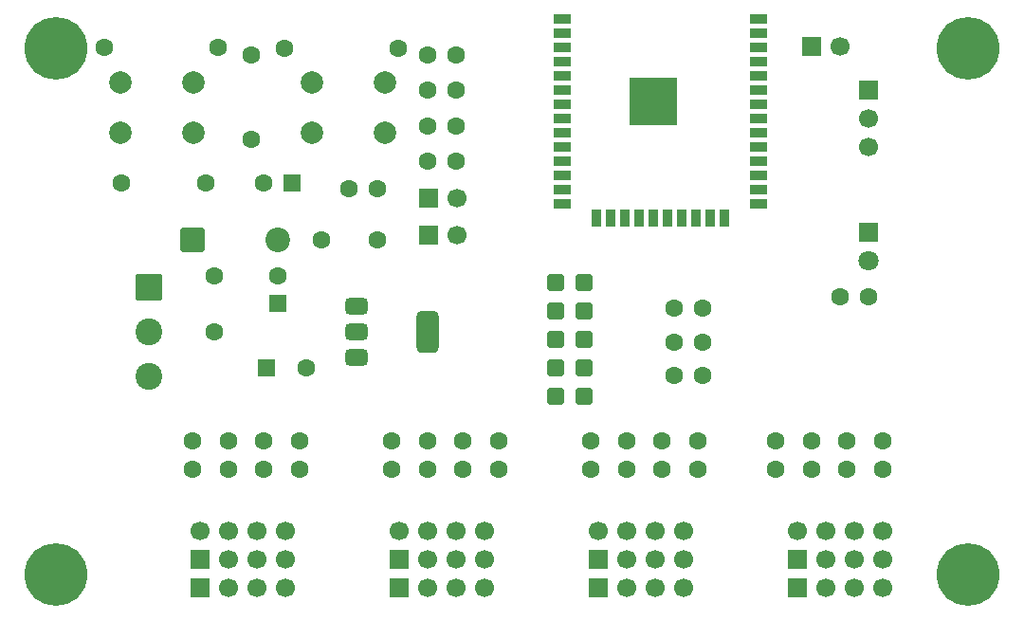
<source format=gts>
G04 #@! TF.GenerationSoftware,KiCad,Pcbnew,9.0.6*
G04 #@! TF.CreationDate,2026-01-30T16:54:02+01:00*
G04 #@! TF.ProjectId,ESP32_PWM_PCB_large,45535033-325f-4505-974d-5f5043425f6c,1.0*
G04 #@! TF.SameCoordinates,Original*
G04 #@! TF.FileFunction,Soldermask,Top*
G04 #@! TF.FilePolarity,Negative*
%FSLAX46Y46*%
G04 Gerber Fmt 4.6, Leading zero omitted, Abs format (unit mm)*
G04 Created by KiCad (PCBNEW 9.0.6) date 2026-01-30 16:54:02*
%MOMM*%
%LPD*%
G01*
G04 APERTURE LIST*
G04 Aperture macros list*
%AMRoundRect*
0 Rectangle with rounded corners*
0 $1 Rounding radius*
0 $2 $3 $4 $5 $6 $7 $8 $9 X,Y pos of 4 corners*
0 Add a 4 corners polygon primitive as box body*
4,1,4,$2,$3,$4,$5,$6,$7,$8,$9,$2,$3,0*
0 Add four circle primitives for the rounded corners*
1,1,$1+$1,$2,$3*
1,1,$1+$1,$4,$5*
1,1,$1+$1,$6,$7*
1,1,$1+$1,$8,$9*
0 Add four rect primitives between the rounded corners*
20,1,$1+$1,$2,$3,$4,$5,0*
20,1,$1+$1,$4,$5,$6,$7,0*
20,1,$1+$1,$6,$7,$8,$9,0*
20,1,$1+$1,$8,$9,$2,$3,0*%
G04 Aperture macros list end*
%ADD10C,1.600000*%
%ADD11R,1.700000X1.700000*%
%ADD12C,1.700000*%
%ADD13RoundRect,0.236220X-0.513780X-0.513780X0.513780X-0.513780X0.513780X0.513780X-0.513780X0.513780X0*%
%ADD14RoundRect,0.250000X0.550000X-0.550000X0.550000X0.550000X-0.550000X0.550000X-0.550000X-0.550000X0*%
%ADD15C,3.600000*%
%ADD16C,5.600000*%
%ADD17RoundRect,0.250000X-0.550000X-0.550000X0.550000X-0.550000X0.550000X0.550000X-0.550000X0.550000X0*%
%ADD18R,1.500000X0.900000*%
%ADD19R,0.900000X1.500000*%
%ADD20C,0.600000*%
%ADD21R,4.200000X4.200000*%
%ADD22RoundRect,0.250001X-0.949999X0.949999X-0.949999X-0.949999X0.949999X-0.949999X0.949999X0.949999X0*%
%ADD23C,2.400000*%
%ADD24RoundRect,0.375000X-0.625000X-0.375000X0.625000X-0.375000X0.625000X0.375000X-0.625000X0.375000X0*%
%ADD25RoundRect,0.500000X-0.500000X-1.400000X0.500000X-1.400000X0.500000X1.400000X-0.500000X1.400000X0*%
%ADD26C,2.000000*%
%ADD27RoundRect,0.250000X0.550000X0.550000X-0.550000X0.550000X-0.550000X-0.550000X0.550000X-0.550000X0*%
%ADD28RoundRect,0.249999X-0.850001X-0.850001X0.850001X-0.850001X0.850001X0.850001X-0.850001X0.850001X0*%
%ADD29C,2.200000*%
%ADD30R,1.800000X1.800000*%
%ADD31C,1.800000*%
G04 APERTURE END LIST*
D10*
G04 #@! TO.C,C7*
X144145000Y-83780000D03*
X144145000Y-78780000D03*
G04 #@! TD*
G04 #@! TO.C,R25*
X185200000Y-87700000D03*
X187740000Y-87700000D03*
G04 #@! TD*
D11*
G04 #@! TO.C,J5*
X196215000Y-104140000D03*
D12*
X196215000Y-101600000D03*
X198755000Y-104140000D03*
X198755000Y-101600000D03*
X201295000Y-104140000D03*
X201295000Y-101600000D03*
X203835000Y-104140000D03*
X203835000Y-101600000D03*
G04 #@! TD*
D10*
G04 #@! TO.C,R14*
X180975000Y-93570000D03*
X180975000Y-96110000D03*
G04 #@! TD*
G04 #@! TO.C,R3*
X202565000Y-80645000D03*
X200025000Y-80645000D03*
G04 #@! TD*
D11*
G04 #@! TO.C,J4*
X178435000Y-104140000D03*
D12*
X178435000Y-101600000D03*
X180975000Y-104140000D03*
X180975000Y-101600000D03*
X183515000Y-104140000D03*
X183515000Y-101600000D03*
X186055000Y-104140000D03*
X186055000Y-101600000D03*
G04 #@! TD*
D11*
G04 #@! TO.C,J10*
X202565000Y-62230000D03*
D12*
X202565000Y-64770000D03*
X202565000Y-67310000D03*
G04 #@! TD*
D10*
G04 #@! TO.C,C3*
X147500000Y-59100000D03*
X147500000Y-66600000D03*
G04 #@! TD*
G04 #@! TO.C,R12*
X169545000Y-93570000D03*
X169545000Y-96110000D03*
G04 #@! TD*
D11*
G04 #@! TO.C,J8*
X178435000Y-106680000D03*
D12*
X180975000Y-106680000D03*
X183515000Y-106680000D03*
X186055000Y-106680000D03*
G04 #@! TD*
D11*
G04 #@! TO.C,JP1*
X197500000Y-58300000D03*
D12*
X200040000Y-58300000D03*
G04 #@! TD*
D13*
G04 #@! TO.C,J1*
X174625000Y-79375000D03*
X177165000Y-79375000D03*
X174625000Y-81915000D03*
X177165000Y-81915000D03*
X174625000Y-84455000D03*
X177165000Y-84455000D03*
X174625000Y-86995000D03*
X177165000Y-86995000D03*
X174625000Y-89535000D03*
X177165000Y-89535000D03*
G04 #@! TD*
D10*
G04 #@! TO.C,R23*
X163195000Y-68580000D03*
X165735000Y-68580000D03*
G04 #@! TD*
D14*
G04 #@! TO.C,C4*
X149860000Y-81280000D03*
D10*
X149860000Y-78780000D03*
G04 #@! TD*
G04 #@! TO.C,R9*
X160020000Y-93570000D03*
X160020000Y-96110000D03*
G04 #@! TD*
D15*
G04 #@! TO.C,REF\u002A\u002A*
X130000000Y-105500000D03*
D16*
X130000000Y-105500000D03*
G04 #@! TD*
D10*
G04 #@! TO.C,R26*
X185200000Y-81700000D03*
X187740000Y-81700000D03*
G04 #@! TD*
G04 #@! TO.C,R5*
X142240000Y-93570000D03*
X142240000Y-96110000D03*
G04 #@! TD*
G04 #@! TO.C,R11*
X166380000Y-93570000D03*
X166380000Y-96110000D03*
G04 #@! TD*
D17*
G04 #@! TO.C,C1*
X148842349Y-86995000D03*
D10*
X152342349Y-86995000D03*
G04 #@! TD*
G04 #@! TO.C,C2*
X135890000Y-70485000D03*
X143390000Y-70485000D03*
G04 #@! TD*
G04 #@! TO.C,R13*
X177800000Y-93570000D03*
X177800000Y-96110000D03*
G04 #@! TD*
G04 #@! TO.C,R21*
X144500000Y-58400000D03*
X134340000Y-58400000D03*
G04 #@! TD*
D18*
G04 #@! TO.C,U1*
X175260000Y-55880000D03*
X175260000Y-57150000D03*
X175260000Y-58420000D03*
X175260000Y-59690000D03*
X175260000Y-60960000D03*
X175260000Y-62230000D03*
X175260000Y-63500000D03*
X175260000Y-64770000D03*
X175260000Y-66040000D03*
X175260000Y-67310000D03*
X175260000Y-68580000D03*
X175260000Y-69850000D03*
X175260000Y-71120000D03*
X175260000Y-72390000D03*
D19*
X178300000Y-73640000D03*
X179570000Y-73640000D03*
X180840000Y-73640000D03*
X182110000Y-73640000D03*
X183380000Y-73640000D03*
X184650000Y-73640000D03*
X185920000Y-73640000D03*
X187190000Y-73640000D03*
X188460000Y-73640000D03*
X189730000Y-73640000D03*
D18*
X192760000Y-72390000D03*
X192760000Y-71120000D03*
X192760000Y-69850000D03*
X192760000Y-68580000D03*
X192760000Y-67310000D03*
X192760000Y-66040000D03*
X192760000Y-64770000D03*
X192760000Y-63500000D03*
X192760000Y-62230000D03*
X192760000Y-60960000D03*
X192760000Y-59690000D03*
X192760000Y-58420000D03*
X192760000Y-57150000D03*
X192760000Y-55880000D03*
D20*
X181805000Y-62457500D03*
X181805000Y-63982500D03*
X182567500Y-61695000D03*
X182567500Y-63220000D03*
X182567500Y-64745000D03*
X183330000Y-62457500D03*
D21*
X183330000Y-63220000D03*
D20*
X183330000Y-63982500D03*
X184092500Y-61695000D03*
X184092500Y-63220000D03*
X184092500Y-64745000D03*
X184855000Y-62457500D03*
X184855000Y-63982500D03*
G04 #@! TD*
D10*
G04 #@! TO.C,R15*
X184150000Y-93570000D03*
X184150000Y-96110000D03*
G04 #@! TD*
G04 #@! TO.C,R20*
X203860400Y-93570000D03*
X203860400Y-96110000D03*
G04 #@! TD*
D22*
G04 #@! TO.C,J11*
X138312500Y-79860000D03*
D23*
X138312500Y-83820000D03*
X138312500Y-87780000D03*
G04 #@! TD*
D24*
G04 #@! TO.C,U2*
X156870000Y-81520000D03*
X156870000Y-83820000D03*
D25*
X163170000Y-83820000D03*
D24*
X156870000Y-86120000D03*
G04 #@! TD*
D10*
G04 #@! TO.C,R22*
X160600000Y-58500000D03*
X150440000Y-58500000D03*
G04 #@! TD*
D11*
G04 #@! TO.C,JP3*
X163322000Y-75184000D03*
D12*
X165862000Y-75184000D03*
G04 #@! TD*
D10*
G04 #@! TO.C,R10*
X163195000Y-93570000D03*
X163195000Y-96110000D03*
G04 #@! TD*
D26*
G04 #@! TO.C,SW2*
X152885000Y-61500000D03*
X159385000Y-61500000D03*
X152885000Y-66000000D03*
X159385000Y-66000000D03*
G04 #@! TD*
D10*
G04 #@! TO.C,C6*
X158685000Y-75565000D03*
X153685000Y-75565000D03*
G04 #@! TD*
D11*
G04 #@! TO.C,J3*
X160655000Y-104140000D03*
D12*
X160655000Y-101600000D03*
X163195000Y-104140000D03*
X163195000Y-101600000D03*
X165735000Y-104140000D03*
X165735000Y-101600000D03*
X168275000Y-104140000D03*
X168275000Y-101600000D03*
G04 #@! TD*
D11*
G04 #@! TO.C,J7*
X160655000Y-106680000D03*
D12*
X163195000Y-106680000D03*
X165735000Y-106680000D03*
X168275000Y-106680000D03*
G04 #@! TD*
D15*
G04 #@! TO.C,REF\u002A\u002A*
X211500000Y-58500000D03*
D16*
X211500000Y-58500000D03*
G04 #@! TD*
D10*
G04 #@! TO.C,R6*
X145415000Y-93570000D03*
X145415000Y-96110000D03*
G04 #@! TD*
G04 #@! TO.C,R24*
X158750000Y-71000000D03*
X156210000Y-71000000D03*
G04 #@! TD*
D11*
G04 #@! TO.C,JP2*
X163322000Y-71882000D03*
D12*
X165862000Y-71882000D03*
G04 #@! TD*
D27*
G04 #@! TO.C,C5*
X151090000Y-70485000D03*
D10*
X148590000Y-70485000D03*
G04 #@! TD*
D11*
G04 #@! TO.C,J6*
X142875000Y-106680000D03*
D12*
X145415000Y-106680000D03*
X147955000Y-106680000D03*
X150495000Y-106680000D03*
G04 #@! TD*
D10*
G04 #@! TO.C,R27*
X187740000Y-84700000D03*
X185200000Y-84700000D03*
G04 #@! TD*
D15*
G04 #@! TO.C,REF\u002A\u002A*
X130000000Y-58500000D03*
D16*
X130000000Y-58500000D03*
G04 #@! TD*
D10*
G04 #@! TO.C,R19*
X200660000Y-93570000D03*
X200660000Y-96110000D03*
G04 #@! TD*
D28*
G04 #@! TO.C,D2*
X142240000Y-75565000D03*
D29*
X149860000Y-75565000D03*
G04 #@! TD*
D10*
G04 #@! TO.C,R4*
X163195000Y-59055000D03*
X165735000Y-59055000D03*
G04 #@! TD*
G04 #@! TO.C,R1*
X163195000Y-65405000D03*
X165735000Y-65405000D03*
G04 #@! TD*
G04 #@! TO.C,R2*
X163195000Y-62230000D03*
X165735000Y-62230000D03*
G04 #@! TD*
D30*
G04 #@! TO.C,D1*
X202565000Y-74930000D03*
D31*
X202565000Y-77470000D03*
G04 #@! TD*
D10*
G04 #@! TO.C,R18*
X197485000Y-93570000D03*
X197485000Y-96110000D03*
G04 #@! TD*
D26*
G04 #@! TO.C,SW1*
X135800000Y-61500000D03*
X142300000Y-61500000D03*
X135800000Y-66000000D03*
X142300000Y-66000000D03*
G04 #@! TD*
D10*
G04 #@! TO.C,R16*
X187325000Y-93570000D03*
X187325000Y-96110000D03*
G04 #@! TD*
G04 #@! TO.C,R8*
X151765000Y-93570000D03*
X151765000Y-96110000D03*
G04 #@! TD*
G04 #@! TO.C,R7*
X148590000Y-93570000D03*
X148590000Y-96110000D03*
G04 #@! TD*
D11*
G04 #@! TO.C,J9*
X196215000Y-106680000D03*
D12*
X198755000Y-106680000D03*
X201295000Y-106680000D03*
X203835000Y-106680000D03*
G04 #@! TD*
D11*
G04 #@! TO.C,J2*
X142875000Y-104140000D03*
D12*
X142875000Y-101600000D03*
X145415000Y-104140000D03*
X145415000Y-101600000D03*
X147955000Y-104140000D03*
X147955000Y-101600000D03*
X150495000Y-104140000D03*
X150495000Y-101600000D03*
G04 #@! TD*
D10*
G04 #@! TO.C,R17*
X194310000Y-93570000D03*
X194310000Y-96110000D03*
G04 #@! TD*
D15*
G04 #@! TO.C,REF\u002A\u002A*
X211500000Y-105500000D03*
D16*
X211500000Y-105500000D03*
G04 #@! TD*
M02*

</source>
